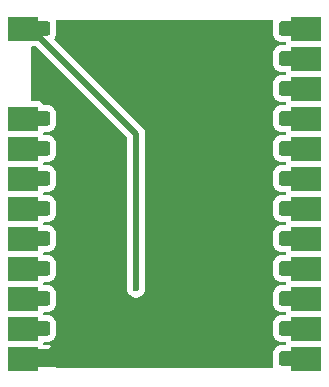
<source format=gbl>
G04 #@! TF.GenerationSoftware,KiCad,Pcbnew,9.0.1+1*
G04 #@! TF.CreationDate,2025-11-11T08:29:24+00:00*
G04 #@! TF.ProjectId,bluetooth,626c7565-746f-46f7-9468-2e6b69636164,rev?*
G04 #@! TF.SameCoordinates,Original*
G04 #@! TF.FileFunction,Copper,L2,Bot*
G04 #@! TF.FilePolarity,Positive*
%FSLAX46Y46*%
G04 Gerber Fmt 4.6, Leading zero omitted, Abs format (unit mm)*
G04 Created by KiCad (PCBNEW 9.0.1+1) date 2025-11-11 08:29:24*
%MOMM*%
%LPD*%
G01*
G04 APERTURE LIST*
G04 #@! TA.AperFunction,CastellatedPad*
%ADD10R,2.540000X2.000000*%
G04 #@! TD*
G04 #@! TA.AperFunction,ViaPad*
%ADD11C,0.600000*%
G04 #@! TD*
G04 #@! TA.AperFunction,Conductor*
%ADD12C,1.500000*%
G04 #@! TD*
G04 #@! TA.AperFunction,Conductor*
%ADD13C,0.500000*%
G04 #@! TD*
G04 APERTURE END LIST*
D10*
X97260000Y-57590000D03*
G04 #@! TA.AperFunction,ComponentPad*
G36*
G01*
X99585000Y-57215000D02*
X99585000Y-57965000D01*
G75*
G02*
X99335000Y-58215000I-250000J0D01*
G01*
X98585000Y-58215000D01*
G75*
G02*
X98335000Y-57965000I0J250000D01*
G01*
X98335000Y-57215000D01*
G75*
G02*
X98585000Y-56965000I250000J0D01*
G01*
X99335000Y-56965000D01*
G75*
G02*
X99585000Y-57215000I0J-250000D01*
G01*
G37*
G04 #@! TD.AperFunction*
X97260000Y-65210000D03*
G04 #@! TA.AperFunction,ComponentPad*
G36*
G01*
X99585000Y-64835000D02*
X99585000Y-65585000D01*
G75*
G02*
X99335000Y-65835000I-250000J0D01*
G01*
X98585000Y-65835000D01*
G75*
G02*
X98335000Y-65585000I0J250000D01*
G01*
X98335000Y-64835000D01*
G75*
G02*
X98585000Y-64585000I250000J0D01*
G01*
X99335000Y-64585000D01*
G75*
G02*
X99585000Y-64835000I0J-250000D01*
G01*
G37*
G04 #@! TD.AperFunction*
X97260000Y-67750000D03*
G04 #@! TA.AperFunction,ComponentPad*
G36*
G01*
X99585000Y-67375000D02*
X99585000Y-68125000D01*
G75*
G02*
X99335000Y-68375000I-250000J0D01*
G01*
X98585000Y-68375000D01*
G75*
G02*
X98335000Y-68125000I0J250000D01*
G01*
X98335000Y-67375000D01*
G75*
G02*
X98585000Y-67125000I250000J0D01*
G01*
X99335000Y-67125000D01*
G75*
G02*
X99585000Y-67375000I0J-250000D01*
G01*
G37*
G04 #@! TD.AperFunction*
X97260000Y-70290000D03*
G04 #@! TA.AperFunction,ComponentPad*
G36*
G01*
X99585000Y-69915000D02*
X99585000Y-70665000D01*
G75*
G02*
X99335000Y-70915000I-250000J0D01*
G01*
X98585000Y-70915000D01*
G75*
G02*
X98335000Y-70665000I0J250000D01*
G01*
X98335000Y-69915000D01*
G75*
G02*
X98585000Y-69665000I250000J0D01*
G01*
X99335000Y-69665000D01*
G75*
G02*
X99585000Y-69915000I0J-250000D01*
G01*
G37*
G04 #@! TD.AperFunction*
X97260000Y-72830000D03*
G04 #@! TA.AperFunction,ComponentPad*
G36*
G01*
X99585000Y-72455000D02*
X99585000Y-73205000D01*
G75*
G02*
X99335000Y-73455000I-250000J0D01*
G01*
X98585000Y-73455000D01*
G75*
G02*
X98335000Y-73205000I0J250000D01*
G01*
X98335000Y-72455000D01*
G75*
G02*
X98585000Y-72205000I250000J0D01*
G01*
X99335000Y-72205000D01*
G75*
G02*
X99585000Y-72455000I0J-250000D01*
G01*
G37*
G04 #@! TD.AperFunction*
X97260000Y-75370000D03*
G04 #@! TA.AperFunction,ComponentPad*
G36*
G01*
X99585000Y-74995000D02*
X99585000Y-75745000D01*
G75*
G02*
X99335000Y-75995000I-250000J0D01*
G01*
X98585000Y-75995000D01*
G75*
G02*
X98335000Y-75745000I0J250000D01*
G01*
X98335000Y-74995000D01*
G75*
G02*
X98585000Y-74745000I250000J0D01*
G01*
X99335000Y-74745000D01*
G75*
G02*
X99585000Y-74995000I0J-250000D01*
G01*
G37*
G04 #@! TD.AperFunction*
X97260000Y-77910000D03*
G04 #@! TA.AperFunction,ComponentPad*
G36*
G01*
X99585000Y-77535000D02*
X99585000Y-78285000D01*
G75*
G02*
X99335000Y-78535000I-250000J0D01*
G01*
X98585000Y-78535000D01*
G75*
G02*
X98335000Y-78285000I0J250000D01*
G01*
X98335000Y-77535000D01*
G75*
G02*
X98585000Y-77285000I250000J0D01*
G01*
X99335000Y-77285000D01*
G75*
G02*
X99585000Y-77535000I0J-250000D01*
G01*
G37*
G04 #@! TD.AperFunction*
X97260000Y-80450000D03*
G04 #@! TA.AperFunction,ComponentPad*
G36*
G01*
X99585000Y-80075000D02*
X99585000Y-80825000D01*
G75*
G02*
X99335000Y-81075000I-250000J0D01*
G01*
X98585000Y-81075000D01*
G75*
G02*
X98335000Y-80825000I0J250000D01*
G01*
X98335000Y-80075000D01*
G75*
G02*
X98585000Y-79825000I250000J0D01*
G01*
X99335000Y-79825000D01*
G75*
G02*
X99585000Y-80075000I0J-250000D01*
G01*
G37*
G04 #@! TD.AperFunction*
X97260000Y-82990000D03*
G04 #@! TA.AperFunction,ComponentPad*
G36*
G01*
X99585000Y-82615000D02*
X99585000Y-83365000D01*
G75*
G02*
X99335000Y-83615000I-250000J0D01*
G01*
X98585000Y-83615000D01*
G75*
G02*
X98335000Y-83365000I0J250000D01*
G01*
X98335000Y-82615000D01*
G75*
G02*
X98585000Y-82365000I250000J0D01*
G01*
X99335000Y-82365000D01*
G75*
G02*
X99585000Y-82615000I0J-250000D01*
G01*
G37*
G04 #@! TD.AperFunction*
X97260000Y-85530000D03*
G04 #@! TA.AperFunction,ComponentPad*
G36*
G01*
X99585000Y-85155000D02*
X99585000Y-85905000D01*
G75*
G02*
X99335000Y-86155000I-250000J0D01*
G01*
X98585000Y-86155000D01*
G75*
G02*
X98335000Y-85905000I0J250000D01*
G01*
X98335000Y-85155000D01*
G75*
G02*
X98585000Y-84905000I250000J0D01*
G01*
X99335000Y-84905000D01*
G75*
G02*
X99585000Y-85155000I0J-250000D01*
G01*
G37*
G04 #@! TD.AperFunction*
G04 #@! TA.AperFunction,ComponentPad*
G36*
G01*
X120185000Y-57215000D02*
X120185000Y-57965000D01*
G75*
G02*
X119935000Y-58215000I-250000J0D01*
G01*
X119185000Y-58215000D01*
G75*
G02*
X118935000Y-57965000I0J250000D01*
G01*
X118935000Y-57215000D01*
G75*
G02*
X119185000Y-56965000I250000J0D01*
G01*
X119935000Y-56965000D01*
G75*
G02*
X120185000Y-57215000I0J-250000D01*
G01*
G37*
G04 #@! TD.AperFunction*
X121260000Y-57590000D03*
G04 #@! TA.AperFunction,ComponentPad*
G36*
G01*
X120185000Y-59755000D02*
X120185000Y-60505000D01*
G75*
G02*
X119935000Y-60755000I-250000J0D01*
G01*
X119185000Y-60755000D01*
G75*
G02*
X118935000Y-60505000I0J250000D01*
G01*
X118935000Y-59755000D01*
G75*
G02*
X119185000Y-59505000I250000J0D01*
G01*
X119935000Y-59505000D01*
G75*
G02*
X120185000Y-59755000I0J-250000D01*
G01*
G37*
G04 #@! TD.AperFunction*
X121260000Y-60130000D03*
G04 #@! TA.AperFunction,ComponentPad*
G36*
G01*
X120185000Y-62295000D02*
X120185000Y-63045000D01*
G75*
G02*
X119935000Y-63295000I-250000J0D01*
G01*
X119185000Y-63295000D01*
G75*
G02*
X118935000Y-63045000I0J250000D01*
G01*
X118935000Y-62295000D01*
G75*
G02*
X119185000Y-62045000I250000J0D01*
G01*
X119935000Y-62045000D01*
G75*
G02*
X120185000Y-62295000I0J-250000D01*
G01*
G37*
G04 #@! TD.AperFunction*
X121260000Y-62670000D03*
G04 #@! TA.AperFunction,ComponentPad*
G36*
G01*
X120185000Y-64835000D02*
X120185000Y-65585000D01*
G75*
G02*
X119935000Y-65835000I-250000J0D01*
G01*
X119185000Y-65835000D01*
G75*
G02*
X118935000Y-65585000I0J250000D01*
G01*
X118935000Y-64835000D01*
G75*
G02*
X119185000Y-64585000I250000J0D01*
G01*
X119935000Y-64585000D01*
G75*
G02*
X120185000Y-64835000I0J-250000D01*
G01*
G37*
G04 #@! TD.AperFunction*
X121260000Y-65210000D03*
G04 #@! TA.AperFunction,ComponentPad*
G36*
G01*
X120185000Y-67375000D02*
X120185000Y-68125000D01*
G75*
G02*
X119935000Y-68375000I-250000J0D01*
G01*
X119185000Y-68375000D01*
G75*
G02*
X118935000Y-68125000I0J250000D01*
G01*
X118935000Y-67375000D01*
G75*
G02*
X119185000Y-67125000I250000J0D01*
G01*
X119935000Y-67125000D01*
G75*
G02*
X120185000Y-67375000I0J-250000D01*
G01*
G37*
G04 #@! TD.AperFunction*
X121260000Y-67750000D03*
G04 #@! TA.AperFunction,ComponentPad*
G36*
G01*
X120185000Y-69915000D02*
X120185000Y-70665000D01*
G75*
G02*
X119935000Y-70915000I-250000J0D01*
G01*
X119185000Y-70915000D01*
G75*
G02*
X118935000Y-70665000I0J250000D01*
G01*
X118935000Y-69915000D01*
G75*
G02*
X119185000Y-69665000I250000J0D01*
G01*
X119935000Y-69665000D01*
G75*
G02*
X120185000Y-69915000I0J-250000D01*
G01*
G37*
G04 #@! TD.AperFunction*
X121260000Y-70290000D03*
G04 #@! TA.AperFunction,ComponentPad*
G36*
G01*
X120185000Y-72455000D02*
X120185000Y-73205000D01*
G75*
G02*
X119935000Y-73455000I-250000J0D01*
G01*
X119185000Y-73455000D01*
G75*
G02*
X118935000Y-73205000I0J250000D01*
G01*
X118935000Y-72455000D01*
G75*
G02*
X119185000Y-72205000I250000J0D01*
G01*
X119935000Y-72205000D01*
G75*
G02*
X120185000Y-72455000I0J-250000D01*
G01*
G37*
G04 #@! TD.AperFunction*
X121260000Y-72830000D03*
G04 #@! TA.AperFunction,ComponentPad*
G36*
G01*
X120185000Y-74995000D02*
X120185000Y-75745000D01*
G75*
G02*
X119935000Y-75995000I-250000J0D01*
G01*
X119185000Y-75995000D01*
G75*
G02*
X118935000Y-75745000I0J250000D01*
G01*
X118935000Y-74995000D01*
G75*
G02*
X119185000Y-74745000I250000J0D01*
G01*
X119935000Y-74745000D01*
G75*
G02*
X120185000Y-74995000I0J-250000D01*
G01*
G37*
G04 #@! TD.AperFunction*
X121260000Y-75370000D03*
G04 #@! TA.AperFunction,ComponentPad*
G36*
G01*
X120185000Y-77535000D02*
X120185000Y-78285000D01*
G75*
G02*
X119935000Y-78535000I-250000J0D01*
G01*
X119185000Y-78535000D01*
G75*
G02*
X118935000Y-78285000I0J250000D01*
G01*
X118935000Y-77535000D01*
G75*
G02*
X119185000Y-77285000I250000J0D01*
G01*
X119935000Y-77285000D01*
G75*
G02*
X120185000Y-77535000I0J-250000D01*
G01*
G37*
G04 #@! TD.AperFunction*
X121260000Y-77910000D03*
G04 #@! TA.AperFunction,ComponentPad*
G36*
G01*
X120185000Y-80075000D02*
X120185000Y-80825000D01*
G75*
G02*
X119935000Y-81075000I-250000J0D01*
G01*
X119185000Y-81075000D01*
G75*
G02*
X118935000Y-80825000I0J250000D01*
G01*
X118935000Y-80075000D01*
G75*
G02*
X119185000Y-79825000I250000J0D01*
G01*
X119935000Y-79825000D01*
G75*
G02*
X120185000Y-80075000I0J-250000D01*
G01*
G37*
G04 #@! TD.AperFunction*
X121260000Y-80450000D03*
G04 #@! TA.AperFunction,ComponentPad*
G36*
G01*
X120185000Y-82615000D02*
X120185000Y-83365000D01*
G75*
G02*
X119935000Y-83615000I-250000J0D01*
G01*
X119185000Y-83615000D01*
G75*
G02*
X118935000Y-83365000I0J250000D01*
G01*
X118935000Y-82615000D01*
G75*
G02*
X119185000Y-82365000I250000J0D01*
G01*
X119935000Y-82365000D01*
G75*
G02*
X120185000Y-82615000I0J-250000D01*
G01*
G37*
G04 #@! TD.AperFunction*
X121260000Y-82990000D03*
G04 #@! TA.AperFunction,ComponentPad*
G36*
G01*
X120185000Y-85155000D02*
X120185000Y-85905000D01*
G75*
G02*
X119935000Y-86155000I-250000J0D01*
G01*
X119185000Y-86155000D01*
G75*
G02*
X118935000Y-85905000I0J250000D01*
G01*
X118935000Y-85155000D01*
G75*
G02*
X119185000Y-84905000I250000J0D01*
G01*
X119935000Y-84905000D01*
G75*
G02*
X120185000Y-85155000I0J-250000D01*
G01*
G37*
G04 #@! TD.AperFunction*
X121260000Y-85530000D03*
D11*
X103831000Y-61362000D03*
X115391000Y-59512000D03*
X100801000Y-73642000D03*
X107321000Y-81862000D03*
X103831000Y-60432000D03*
X115111000Y-65502000D03*
X112111000Y-76432000D03*
X110001000Y-76472000D03*
X114143000Y-67943000D03*
X101841000Y-81912000D03*
X114821000Y-82992000D03*
X104661000Y-85402000D03*
X103811000Y-57652000D03*
X115271000Y-76452000D03*
X100976000Y-84667000D03*
X103471000Y-81912000D03*
X115041000Y-73482000D03*
X117271000Y-80842000D03*
X103811000Y-72462000D03*
X112951000Y-81712000D03*
X115391000Y-61482000D03*
X106261000Y-57802000D03*
X117893000Y-57463000D03*
X103741000Y-76182000D03*
X115391000Y-60522000D03*
X107941000Y-76462000D03*
X115201000Y-75242000D03*
X115381000Y-58512000D03*
X115131000Y-66322000D03*
X103751000Y-67542000D03*
X112991000Y-76492000D03*
X115391000Y-64522000D03*
X114851000Y-85432000D03*
X111041000Y-76472000D03*
X111361000Y-82852000D03*
X103831000Y-59372000D03*
X114011000Y-76422000D03*
X106844000Y-79561000D03*
D12*
X97990000Y-85500000D02*
X100143000Y-85500000D01*
X97960000Y-85530000D02*
X97990000Y-85500000D01*
X100976000Y-84667000D02*
X101002000Y-84641000D01*
X100143000Y-85500000D02*
X100976000Y-84667000D01*
D13*
X106844000Y-79561000D02*
X106844000Y-66474000D01*
X106844000Y-66474000D02*
X97960000Y-57590000D01*
G04 #@! TA.AperFunction,Conductor*
G36*
X118420413Y-56840185D02*
G01*
X118466168Y-56892989D01*
X118476112Y-56962147D01*
X118471081Y-56983496D01*
X118457880Y-57023335D01*
X118445000Y-57062204D01*
X118434500Y-57164983D01*
X118434500Y-58015001D01*
X118434501Y-58015019D01*
X118445000Y-58117796D01*
X118445001Y-58117799D01*
X118500185Y-58284331D01*
X118500186Y-58284334D01*
X118592288Y-58433656D01*
X118716344Y-58557712D01*
X118865666Y-58649814D01*
X119032203Y-58704999D01*
X119134991Y-58715500D01*
X119416533Y-58715499D01*
X119437779Y-58721737D01*
X119459862Y-58723316D01*
X119470644Y-58731387D01*
X119483572Y-58735183D01*
X119498073Y-58751918D01*
X119515797Y-58765185D01*
X119526412Y-58784623D01*
X119529327Y-58787987D01*
X119532713Y-58796161D01*
X119540360Y-58816662D01*
X119545347Y-58886352D01*
X119540361Y-58903335D01*
X119532714Y-58923836D01*
X119490841Y-58979769D01*
X119425376Y-59004184D01*
X119416533Y-59004500D01*
X119134999Y-59004500D01*
X119134980Y-59004501D01*
X119032203Y-59015000D01*
X119032200Y-59015001D01*
X118865668Y-59070185D01*
X118865663Y-59070187D01*
X118716342Y-59162289D01*
X118592289Y-59286342D01*
X118500187Y-59435663D01*
X118500186Y-59435666D01*
X118445001Y-59602203D01*
X118445001Y-59602204D01*
X118445000Y-59602204D01*
X118434500Y-59704983D01*
X118434500Y-60555001D01*
X118434501Y-60555019D01*
X118445000Y-60657796D01*
X118445001Y-60657799D01*
X118500185Y-60824331D01*
X118500186Y-60824334D01*
X118592288Y-60973656D01*
X118716344Y-61097712D01*
X118865666Y-61189814D01*
X119032203Y-61244999D01*
X119134991Y-61255500D01*
X119416533Y-61255499D01*
X119437779Y-61261737D01*
X119459862Y-61263316D01*
X119470644Y-61271387D01*
X119483572Y-61275183D01*
X119498073Y-61291918D01*
X119515797Y-61305185D01*
X119526412Y-61324623D01*
X119529327Y-61327987D01*
X119532713Y-61336161D01*
X119540360Y-61356662D01*
X119545347Y-61426352D01*
X119540361Y-61443335D01*
X119532714Y-61463836D01*
X119490841Y-61519769D01*
X119425376Y-61544184D01*
X119416533Y-61544500D01*
X119134999Y-61544500D01*
X119134980Y-61544501D01*
X119032203Y-61555000D01*
X119032200Y-61555001D01*
X118865668Y-61610185D01*
X118865663Y-61610187D01*
X118716342Y-61702289D01*
X118592289Y-61826342D01*
X118500187Y-61975663D01*
X118500186Y-61975666D01*
X118445001Y-62142203D01*
X118445001Y-62142204D01*
X118445000Y-62142204D01*
X118434500Y-62244983D01*
X118434500Y-63095001D01*
X118434501Y-63095019D01*
X118445000Y-63197796D01*
X118445001Y-63197799D01*
X118500185Y-63364331D01*
X118500186Y-63364334D01*
X118592288Y-63513656D01*
X118716344Y-63637712D01*
X118865666Y-63729814D01*
X119032203Y-63784999D01*
X119134991Y-63795500D01*
X119416533Y-63795499D01*
X119437779Y-63801737D01*
X119459862Y-63803316D01*
X119470644Y-63811387D01*
X119483572Y-63815183D01*
X119498073Y-63831918D01*
X119515797Y-63845185D01*
X119526412Y-63864623D01*
X119529327Y-63867987D01*
X119532713Y-63876161D01*
X119540360Y-63896662D01*
X119545347Y-63966352D01*
X119540361Y-63983335D01*
X119532714Y-64003836D01*
X119490841Y-64059769D01*
X119425376Y-64084184D01*
X119416533Y-64084500D01*
X119134999Y-64084500D01*
X119134980Y-64084501D01*
X119032203Y-64095000D01*
X119032200Y-64095001D01*
X118865668Y-64150185D01*
X118865663Y-64150187D01*
X118716342Y-64242289D01*
X118592289Y-64366342D01*
X118500187Y-64515663D01*
X118500186Y-64515666D01*
X118445001Y-64682203D01*
X118445001Y-64682204D01*
X118445000Y-64682204D01*
X118434500Y-64784983D01*
X118434500Y-65635001D01*
X118434501Y-65635019D01*
X118445000Y-65737796D01*
X118445001Y-65737799D01*
X118495784Y-65891049D01*
X118500186Y-65904334D01*
X118592288Y-66053656D01*
X118716344Y-66177712D01*
X118865666Y-66269814D01*
X119032203Y-66324999D01*
X119134991Y-66335500D01*
X119416533Y-66335499D01*
X119437779Y-66341737D01*
X119459862Y-66343316D01*
X119470644Y-66351387D01*
X119483572Y-66355183D01*
X119498073Y-66371918D01*
X119515797Y-66385185D01*
X119526412Y-66404623D01*
X119529327Y-66407987D01*
X119532713Y-66416161D01*
X119540360Y-66436662D01*
X119545347Y-66506352D01*
X119540361Y-66523335D01*
X119532714Y-66543836D01*
X119490841Y-66599769D01*
X119425376Y-66624184D01*
X119416533Y-66624500D01*
X119134999Y-66624500D01*
X119134980Y-66624501D01*
X119032203Y-66635000D01*
X119032200Y-66635001D01*
X118865668Y-66690185D01*
X118865663Y-66690187D01*
X118716342Y-66782289D01*
X118592289Y-66906342D01*
X118500187Y-67055663D01*
X118500186Y-67055666D01*
X118445001Y-67222203D01*
X118445001Y-67222204D01*
X118445000Y-67222204D01*
X118434500Y-67324983D01*
X118434500Y-68175001D01*
X118434501Y-68175019D01*
X118445000Y-68277796D01*
X118445001Y-68277799D01*
X118500185Y-68444331D01*
X118500186Y-68444334D01*
X118592288Y-68593656D01*
X118716344Y-68717712D01*
X118865666Y-68809814D01*
X119032203Y-68864999D01*
X119134991Y-68875500D01*
X119416533Y-68875499D01*
X119437779Y-68881737D01*
X119459862Y-68883316D01*
X119470644Y-68891387D01*
X119483572Y-68895183D01*
X119498073Y-68911918D01*
X119515797Y-68925185D01*
X119526412Y-68944623D01*
X119529327Y-68947987D01*
X119532713Y-68956161D01*
X119540360Y-68976662D01*
X119545347Y-69046352D01*
X119540361Y-69063335D01*
X119532714Y-69083836D01*
X119490841Y-69139769D01*
X119425376Y-69164184D01*
X119416533Y-69164500D01*
X119134999Y-69164500D01*
X119134980Y-69164501D01*
X119032203Y-69175000D01*
X119032200Y-69175001D01*
X118865668Y-69230185D01*
X118865663Y-69230187D01*
X118716342Y-69322289D01*
X118592289Y-69446342D01*
X118500187Y-69595663D01*
X118500186Y-69595666D01*
X118445001Y-69762203D01*
X118445001Y-69762204D01*
X118445000Y-69762204D01*
X118434500Y-69864983D01*
X118434500Y-70715001D01*
X118434501Y-70715019D01*
X118445000Y-70817796D01*
X118445001Y-70817799D01*
X118500185Y-70984331D01*
X118500186Y-70984334D01*
X118592288Y-71133656D01*
X118716344Y-71257712D01*
X118865666Y-71349814D01*
X119032203Y-71404999D01*
X119134991Y-71415500D01*
X119416533Y-71415499D01*
X119437779Y-71421737D01*
X119459862Y-71423316D01*
X119470644Y-71431387D01*
X119483572Y-71435183D01*
X119498073Y-71451918D01*
X119515797Y-71465185D01*
X119526412Y-71484623D01*
X119529327Y-71487987D01*
X119532713Y-71496161D01*
X119540360Y-71516662D01*
X119545347Y-71586352D01*
X119540361Y-71603335D01*
X119532714Y-71623836D01*
X119490841Y-71679769D01*
X119425376Y-71704184D01*
X119416533Y-71704500D01*
X119134999Y-71704500D01*
X119134980Y-71704501D01*
X119032203Y-71715000D01*
X119032200Y-71715001D01*
X118865668Y-71770185D01*
X118865663Y-71770187D01*
X118716342Y-71862289D01*
X118592289Y-71986342D01*
X118500187Y-72135663D01*
X118500186Y-72135666D01*
X118445001Y-72302203D01*
X118445001Y-72302204D01*
X118445000Y-72302204D01*
X118434500Y-72404983D01*
X118434500Y-73255001D01*
X118434501Y-73255019D01*
X118445000Y-73357796D01*
X118445001Y-73357799D01*
X118500185Y-73524331D01*
X118500186Y-73524334D01*
X118592288Y-73673656D01*
X118716344Y-73797712D01*
X118865666Y-73889814D01*
X119032203Y-73944999D01*
X119134991Y-73955500D01*
X119416533Y-73955499D01*
X119437779Y-73961737D01*
X119459862Y-73963316D01*
X119470644Y-73971387D01*
X119483572Y-73975183D01*
X119498073Y-73991918D01*
X119515797Y-74005185D01*
X119526412Y-74024623D01*
X119529327Y-74027987D01*
X119532713Y-74036161D01*
X119540360Y-74056662D01*
X119545347Y-74126352D01*
X119540361Y-74143335D01*
X119532714Y-74163836D01*
X119490841Y-74219769D01*
X119425376Y-74244184D01*
X119416533Y-74244500D01*
X119134999Y-74244500D01*
X119134980Y-74244501D01*
X119032203Y-74255000D01*
X119032200Y-74255001D01*
X118865668Y-74310185D01*
X118865663Y-74310187D01*
X118716342Y-74402289D01*
X118592289Y-74526342D01*
X118500187Y-74675663D01*
X118500186Y-74675666D01*
X118445001Y-74842203D01*
X118445001Y-74842204D01*
X118445000Y-74842204D01*
X118434500Y-74944983D01*
X118434500Y-75795001D01*
X118434501Y-75795019D01*
X118445000Y-75897796D01*
X118445001Y-75897799D01*
X118500185Y-76064331D01*
X118500186Y-76064334D01*
X118592288Y-76213656D01*
X118716344Y-76337712D01*
X118865666Y-76429814D01*
X119032203Y-76484999D01*
X119134991Y-76495500D01*
X119416533Y-76495499D01*
X119437779Y-76501737D01*
X119459862Y-76503316D01*
X119470644Y-76511387D01*
X119483572Y-76515183D01*
X119498073Y-76531918D01*
X119515797Y-76545185D01*
X119526412Y-76564623D01*
X119529327Y-76567987D01*
X119532713Y-76576161D01*
X119540360Y-76596662D01*
X119545347Y-76666352D01*
X119540361Y-76683335D01*
X119532714Y-76703836D01*
X119490841Y-76759769D01*
X119425376Y-76784184D01*
X119416533Y-76784500D01*
X119134999Y-76784500D01*
X119134980Y-76784501D01*
X119032203Y-76795000D01*
X119032200Y-76795001D01*
X118865668Y-76850185D01*
X118865663Y-76850187D01*
X118716342Y-76942289D01*
X118592289Y-77066342D01*
X118500187Y-77215663D01*
X118500186Y-77215666D01*
X118445001Y-77382203D01*
X118445001Y-77382204D01*
X118445000Y-77382204D01*
X118434500Y-77484983D01*
X118434500Y-78335001D01*
X118434501Y-78335019D01*
X118445000Y-78437796D01*
X118445001Y-78437799D01*
X118500185Y-78604331D01*
X118500186Y-78604334D01*
X118592288Y-78753656D01*
X118716344Y-78877712D01*
X118865666Y-78969814D01*
X119032203Y-79024999D01*
X119134991Y-79035500D01*
X119416533Y-79035499D01*
X119437779Y-79041737D01*
X119459862Y-79043316D01*
X119470644Y-79051387D01*
X119483572Y-79055183D01*
X119498073Y-79071918D01*
X119515797Y-79085185D01*
X119526412Y-79104623D01*
X119529327Y-79107987D01*
X119532713Y-79116161D01*
X119540360Y-79136662D01*
X119545347Y-79206352D01*
X119540361Y-79223335D01*
X119532714Y-79243836D01*
X119490841Y-79299769D01*
X119425376Y-79324184D01*
X119416533Y-79324500D01*
X119134999Y-79324500D01*
X119134980Y-79324501D01*
X119032203Y-79335000D01*
X119032200Y-79335001D01*
X118865668Y-79390185D01*
X118865663Y-79390187D01*
X118716342Y-79482289D01*
X118592289Y-79606342D01*
X118500187Y-79755663D01*
X118500185Y-79755668D01*
X118487317Y-79794501D01*
X118445001Y-79922203D01*
X118445001Y-79922204D01*
X118445000Y-79922204D01*
X118434500Y-80024983D01*
X118434500Y-80875001D01*
X118434501Y-80875019D01*
X118445000Y-80977796D01*
X118445001Y-80977799D01*
X118500185Y-81144331D01*
X118500186Y-81144334D01*
X118592288Y-81293656D01*
X118716344Y-81417712D01*
X118865666Y-81509814D01*
X119032203Y-81564999D01*
X119134991Y-81575500D01*
X119416533Y-81575499D01*
X119437779Y-81581737D01*
X119459862Y-81583316D01*
X119470644Y-81591387D01*
X119483572Y-81595183D01*
X119498073Y-81611918D01*
X119515797Y-81625185D01*
X119526412Y-81644623D01*
X119529327Y-81647987D01*
X119532713Y-81656161D01*
X119540360Y-81676662D01*
X119545347Y-81746352D01*
X119540361Y-81763335D01*
X119532714Y-81783836D01*
X119490841Y-81839769D01*
X119425376Y-81864184D01*
X119416533Y-81864500D01*
X119134999Y-81864500D01*
X119134980Y-81864501D01*
X119032203Y-81875000D01*
X119032200Y-81875001D01*
X118865668Y-81930185D01*
X118865663Y-81930187D01*
X118716342Y-82022289D01*
X118592289Y-82146342D01*
X118500187Y-82295663D01*
X118500186Y-82295666D01*
X118445001Y-82462203D01*
X118445001Y-82462204D01*
X118445000Y-82462204D01*
X118434500Y-82564983D01*
X118434500Y-83415001D01*
X118434501Y-83415019D01*
X118445000Y-83517796D01*
X118445001Y-83517799D01*
X118500185Y-83684331D01*
X118500186Y-83684334D01*
X118592288Y-83833656D01*
X118716344Y-83957712D01*
X118865666Y-84049814D01*
X119032203Y-84104999D01*
X119134991Y-84115500D01*
X119416533Y-84115499D01*
X119437779Y-84121737D01*
X119459862Y-84123316D01*
X119470644Y-84131387D01*
X119483572Y-84135183D01*
X119498073Y-84151918D01*
X119515797Y-84165185D01*
X119526412Y-84184623D01*
X119529327Y-84187987D01*
X119532713Y-84196161D01*
X119540360Y-84216662D01*
X119545347Y-84286352D01*
X119540361Y-84303335D01*
X119532714Y-84323836D01*
X119490841Y-84379769D01*
X119425376Y-84404184D01*
X119416533Y-84404500D01*
X119134999Y-84404500D01*
X119134980Y-84404501D01*
X119032203Y-84415000D01*
X119032200Y-84415001D01*
X118865668Y-84470185D01*
X118865663Y-84470187D01*
X118716342Y-84562289D01*
X118592289Y-84686342D01*
X118500187Y-84835663D01*
X118500185Y-84835668D01*
X118472349Y-84919670D01*
X118445001Y-85002203D01*
X118445001Y-85002204D01*
X118445000Y-85002204D01*
X118434500Y-85104983D01*
X118434500Y-85955001D01*
X118434501Y-85955019D01*
X118445000Y-86057796D01*
X118445001Y-86057799D01*
X118471079Y-86136496D01*
X118473481Y-86206324D01*
X118437749Y-86266366D01*
X118375229Y-86297559D01*
X118353373Y-86299500D01*
X100166100Y-86299500D01*
X100099061Y-86279815D01*
X100053306Y-86227011D01*
X100043362Y-86157853D01*
X100048394Y-86136496D01*
X100074505Y-86057697D01*
X100074506Y-86057690D01*
X100084999Y-85954986D01*
X100084999Y-85105028D01*
X100084998Y-85105012D01*
X100074505Y-85002302D01*
X100019357Y-84835875D01*
X100014900Y-84828650D01*
X99335000Y-85508550D01*
X99335000Y-85480630D01*
X99309444Y-85385255D01*
X99260075Y-85299745D01*
X99190255Y-85229925D01*
X99104745Y-85180556D01*
X99009370Y-85155000D01*
X98981446Y-85155000D01*
X99661347Y-84475099D01*
X99654124Y-84470643D01*
X99654119Y-84470641D01*
X99487697Y-84415494D01*
X99487690Y-84415493D01*
X99384986Y-84405000D01*
X99103120Y-84405000D01*
X99081875Y-84398761D01*
X99059790Y-84397183D01*
X99049005Y-84389109D01*
X99036081Y-84385315D01*
X99021582Y-84368582D01*
X99003855Y-84355313D01*
X98993239Y-84335873D01*
X98990326Y-84332511D01*
X98986940Y-84324337D01*
X98979373Y-84304051D01*
X98974386Y-84234360D01*
X98979369Y-84217387D01*
X98987285Y-84196163D01*
X99029156Y-84140231D01*
X99094621Y-84115815D01*
X99103466Y-84115499D01*
X99385002Y-84115499D01*
X99385008Y-84115499D01*
X99487797Y-84104999D01*
X99654334Y-84049814D01*
X99803656Y-83957712D01*
X99927712Y-83833656D01*
X100019814Y-83684334D01*
X100074999Y-83517797D01*
X100085500Y-83415009D01*
X100085499Y-82564992D01*
X100074999Y-82462203D01*
X100019814Y-82295666D01*
X99927712Y-82146344D01*
X99803656Y-82022288D01*
X99654334Y-81930186D01*
X99487797Y-81875001D01*
X99487795Y-81875000D01*
X99385016Y-81864500D01*
X99385009Y-81864500D01*
X99103466Y-81864500D01*
X99082220Y-81858261D01*
X99060132Y-81856682D01*
X99049348Y-81848609D01*
X99036427Y-81844815D01*
X99021927Y-81828081D01*
X99004199Y-81814810D01*
X98993585Y-81795373D01*
X98990672Y-81792011D01*
X98987284Y-81783833D01*
X98979638Y-81763333D01*
X98974654Y-81693641D01*
X98979639Y-81676664D01*
X98987286Y-81656163D01*
X99029159Y-81600230D01*
X99094624Y-81575815D01*
X99103467Y-81575499D01*
X99385002Y-81575499D01*
X99385008Y-81575499D01*
X99487797Y-81564999D01*
X99654334Y-81509814D01*
X99803656Y-81417712D01*
X99927712Y-81293656D01*
X100019814Y-81144334D01*
X100074999Y-80977797D01*
X100085500Y-80875009D01*
X100085499Y-80024992D01*
X100074999Y-79922203D01*
X100019814Y-79755666D01*
X99927712Y-79606344D01*
X99803656Y-79482288D01*
X99654334Y-79390186D01*
X99487797Y-79335001D01*
X99487795Y-79335000D01*
X99385016Y-79324500D01*
X99385009Y-79324500D01*
X99103466Y-79324500D01*
X99082220Y-79318261D01*
X99060132Y-79316682D01*
X99049348Y-79308609D01*
X99036427Y-79304815D01*
X99021927Y-79288081D01*
X99004199Y-79274810D01*
X98993585Y-79255373D01*
X98990672Y-79252011D01*
X98987284Y-79243833D01*
X98979638Y-79223333D01*
X98974654Y-79153641D01*
X98979639Y-79136664D01*
X98987286Y-79116163D01*
X99029159Y-79060230D01*
X99094624Y-79035815D01*
X99103467Y-79035499D01*
X99385002Y-79035499D01*
X99385008Y-79035499D01*
X99487797Y-79024999D01*
X99654334Y-78969814D01*
X99803656Y-78877712D01*
X99927712Y-78753656D01*
X100019814Y-78604334D01*
X100074999Y-78437797D01*
X100085500Y-78335009D01*
X100085499Y-77484992D01*
X100074999Y-77382203D01*
X100019814Y-77215666D01*
X99927712Y-77066344D01*
X99803656Y-76942288D01*
X99654334Y-76850186D01*
X99487797Y-76795001D01*
X99487795Y-76795000D01*
X99385016Y-76784500D01*
X99385009Y-76784500D01*
X99103466Y-76784500D01*
X99082220Y-76778261D01*
X99060132Y-76776682D01*
X99049348Y-76768609D01*
X99036427Y-76764815D01*
X99021927Y-76748081D01*
X99004199Y-76734810D01*
X98993585Y-76715373D01*
X98990672Y-76712011D01*
X98987284Y-76703833D01*
X98979638Y-76683333D01*
X98974654Y-76613641D01*
X98979639Y-76596664D01*
X98987286Y-76576163D01*
X99029159Y-76520230D01*
X99094624Y-76495815D01*
X99103467Y-76495499D01*
X99385002Y-76495499D01*
X99385008Y-76495499D01*
X99487797Y-76484999D01*
X99654334Y-76429814D01*
X99803656Y-76337712D01*
X99927712Y-76213656D01*
X100019814Y-76064334D01*
X100074999Y-75897797D01*
X100085500Y-75795009D01*
X100085499Y-74944992D01*
X100074999Y-74842203D01*
X100019814Y-74675666D01*
X99927712Y-74526344D01*
X99803656Y-74402288D01*
X99654334Y-74310186D01*
X99487797Y-74255001D01*
X99487795Y-74255000D01*
X99385016Y-74244500D01*
X99385009Y-74244500D01*
X99103466Y-74244500D01*
X99082220Y-74238261D01*
X99060132Y-74236682D01*
X99049348Y-74228609D01*
X99036427Y-74224815D01*
X99021927Y-74208081D01*
X99004199Y-74194810D01*
X98993585Y-74175373D01*
X98990672Y-74172011D01*
X98987284Y-74163833D01*
X98979638Y-74143333D01*
X98974654Y-74073641D01*
X98979639Y-74056664D01*
X98987286Y-74036163D01*
X99029159Y-73980230D01*
X99094624Y-73955815D01*
X99103467Y-73955499D01*
X99385002Y-73955499D01*
X99385008Y-73955499D01*
X99487797Y-73944999D01*
X99654334Y-73889814D01*
X99803656Y-73797712D01*
X99927712Y-73673656D01*
X100019814Y-73524334D01*
X100074999Y-73357797D01*
X100085500Y-73255009D01*
X100085499Y-72404992D01*
X100074999Y-72302203D01*
X100019814Y-72135666D01*
X99927712Y-71986344D01*
X99803656Y-71862288D01*
X99654334Y-71770186D01*
X99487797Y-71715001D01*
X99487795Y-71715000D01*
X99385016Y-71704500D01*
X99385009Y-71704500D01*
X99103466Y-71704500D01*
X99082220Y-71698261D01*
X99060132Y-71696682D01*
X99049348Y-71688609D01*
X99036427Y-71684815D01*
X99021927Y-71668081D01*
X99004199Y-71654810D01*
X98993585Y-71635373D01*
X98990672Y-71632011D01*
X98987284Y-71623833D01*
X98979638Y-71603333D01*
X98974654Y-71533641D01*
X98979639Y-71516664D01*
X98987286Y-71496163D01*
X99029159Y-71440230D01*
X99094624Y-71415815D01*
X99103467Y-71415499D01*
X99385002Y-71415499D01*
X99385008Y-71415499D01*
X99487797Y-71404999D01*
X99654334Y-71349814D01*
X99803656Y-71257712D01*
X99927712Y-71133656D01*
X100019814Y-70984334D01*
X100074999Y-70817797D01*
X100085500Y-70715009D01*
X100085499Y-69864992D01*
X100074999Y-69762203D01*
X100019814Y-69595666D01*
X99927712Y-69446344D01*
X99803656Y-69322288D01*
X99654334Y-69230186D01*
X99487797Y-69175001D01*
X99487795Y-69175000D01*
X99385016Y-69164500D01*
X99385009Y-69164500D01*
X99103466Y-69164500D01*
X99082220Y-69158261D01*
X99060132Y-69156682D01*
X99049348Y-69148609D01*
X99036427Y-69144815D01*
X99021927Y-69128081D01*
X99004199Y-69114810D01*
X98993585Y-69095373D01*
X98990672Y-69092011D01*
X98987284Y-69083833D01*
X98979638Y-69063333D01*
X98974654Y-68993641D01*
X98979639Y-68976664D01*
X98987286Y-68956163D01*
X99029159Y-68900230D01*
X99094624Y-68875815D01*
X99103467Y-68875499D01*
X99385002Y-68875499D01*
X99385008Y-68875499D01*
X99487797Y-68864999D01*
X99654334Y-68809814D01*
X99803656Y-68717712D01*
X99927712Y-68593656D01*
X100019814Y-68444334D01*
X100074999Y-68277797D01*
X100085500Y-68175009D01*
X100085499Y-67324992D01*
X100074999Y-67222203D01*
X100019814Y-67055666D01*
X99927712Y-66906344D01*
X99803656Y-66782288D01*
X99654334Y-66690186D01*
X99487797Y-66635001D01*
X99487795Y-66635000D01*
X99385016Y-66624500D01*
X99385009Y-66624500D01*
X99103466Y-66624500D01*
X99082220Y-66618261D01*
X99060132Y-66616682D01*
X99049348Y-66608609D01*
X99036427Y-66604815D01*
X99021927Y-66588081D01*
X99004199Y-66574810D01*
X98993585Y-66555373D01*
X98990672Y-66552011D01*
X98987284Y-66543833D01*
X98979638Y-66523333D01*
X98974654Y-66453641D01*
X98979639Y-66436664D01*
X98987286Y-66416163D01*
X99029159Y-66360230D01*
X99094624Y-66335815D01*
X99103467Y-66335499D01*
X99385002Y-66335499D01*
X99385008Y-66335499D01*
X99487797Y-66324999D01*
X99654334Y-66269814D01*
X99803656Y-66177712D01*
X99927712Y-66053656D01*
X100019814Y-65904334D01*
X100074999Y-65737797D01*
X100085500Y-65635009D01*
X100085499Y-64784992D01*
X100074999Y-64682203D01*
X100019814Y-64515666D01*
X99927712Y-64366344D01*
X99803656Y-64242288D01*
X99654334Y-64150186D01*
X99487797Y-64095001D01*
X99487795Y-64095000D01*
X99385016Y-64084500D01*
X99385009Y-64084500D01*
X99103467Y-64084500D01*
X99036428Y-64064815D01*
X98990673Y-64012011D01*
X98987285Y-64003834D01*
X98973796Y-63967669D01*
X98973793Y-63967664D01*
X98887547Y-63852455D01*
X98887544Y-63852452D01*
X98772335Y-63766206D01*
X98772328Y-63766202D01*
X98637482Y-63715908D01*
X98637483Y-63715908D01*
X98577883Y-63709501D01*
X98577881Y-63709500D01*
X98577873Y-63709500D01*
X98577865Y-63709500D01*
X98084000Y-63709500D01*
X98016961Y-63689815D01*
X97971206Y-63637011D01*
X97960000Y-63585500D01*
X97960000Y-59214499D01*
X97979685Y-59147460D01*
X98032489Y-59101705D01*
X98083999Y-59090499D01*
X98347769Y-59090499D01*
X98414808Y-59110184D01*
X98435450Y-59126818D01*
X106057181Y-66748548D01*
X106090666Y-66809871D01*
X106093500Y-66836229D01*
X106093500Y-79256396D01*
X106084062Y-79303844D01*
X106074263Y-79327503D01*
X106074262Y-79327506D01*
X106074260Y-79327511D01*
X106043500Y-79482153D01*
X106043500Y-79639846D01*
X106074261Y-79794489D01*
X106074264Y-79794501D01*
X106134602Y-79940172D01*
X106134609Y-79940185D01*
X106222210Y-80071288D01*
X106222213Y-80071292D01*
X106333707Y-80182786D01*
X106333711Y-80182789D01*
X106464814Y-80270390D01*
X106464827Y-80270397D01*
X106610498Y-80330735D01*
X106610503Y-80330737D01*
X106765153Y-80361499D01*
X106765156Y-80361500D01*
X106765158Y-80361500D01*
X106922844Y-80361500D01*
X106922845Y-80361499D01*
X107077497Y-80330737D01*
X107223179Y-80270394D01*
X107354289Y-80182789D01*
X107465789Y-80071289D01*
X107553394Y-79940179D01*
X107613737Y-79794497D01*
X107644500Y-79639842D01*
X107644500Y-79482158D01*
X107644500Y-79482155D01*
X107644499Y-79482153D01*
X107613739Y-79327511D01*
X107613738Y-79327508D01*
X107613737Y-79327503D01*
X107603937Y-79303844D01*
X107594500Y-79256396D01*
X107594500Y-66400079D01*
X107565659Y-66255092D01*
X107565658Y-66255091D01*
X107565658Y-66255087D01*
X107565656Y-66255082D01*
X107509087Y-66118511D01*
X107509080Y-66118498D01*
X107426952Y-65995585D01*
X107426951Y-65995584D01*
X107322416Y-65891049D01*
X99973125Y-58541758D01*
X99939640Y-58480435D01*
X99944624Y-58410743D01*
X99955262Y-58388989D01*
X100019814Y-58284334D01*
X100074999Y-58117797D01*
X100085500Y-58015009D01*
X100085499Y-57164992D01*
X100074999Y-57062203D01*
X100048921Y-56983504D01*
X100046519Y-56913676D01*
X100082251Y-56853634D01*
X100144771Y-56822441D01*
X100166627Y-56820500D01*
X118353374Y-56820500D01*
X118420413Y-56840185D01*
G37*
G04 #@! TD.AperFunction*
M02*

</source>
